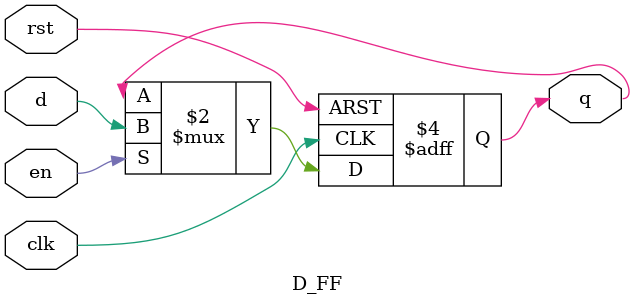
<source format=v>
module D_FF (
	input clk,rst,en,d,
	output reg q);
	
	always @(posedge clk or posedge rst) begin
		if (rst) q <= 1'b0;
		else if (en) q <= d;
	end
endmodule
</source>
